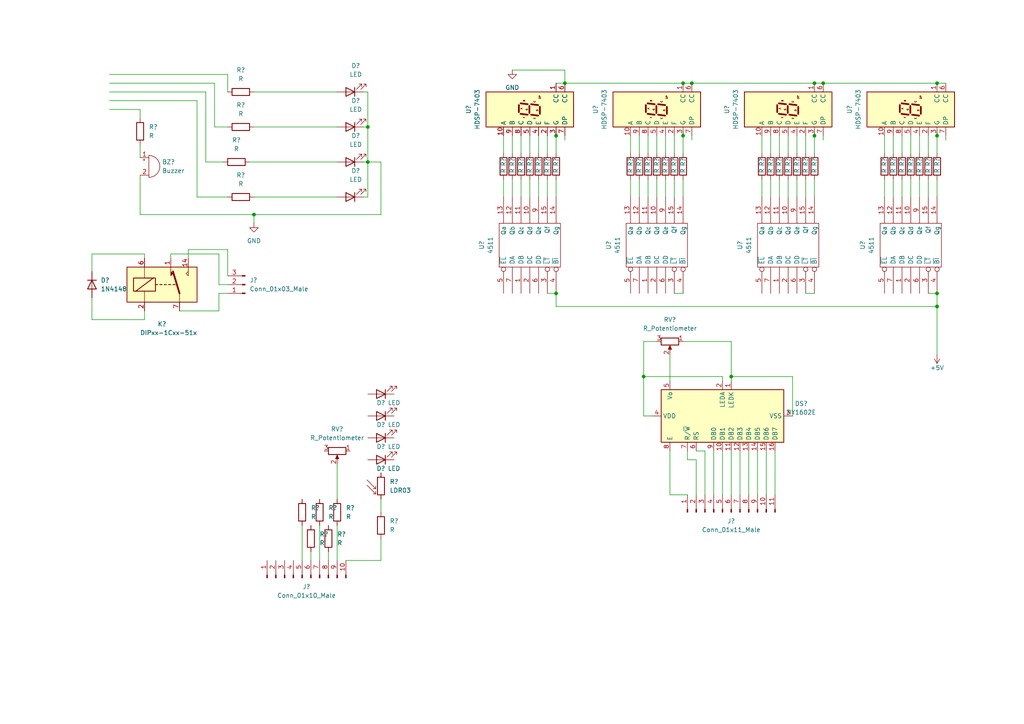
<source format=kicad_sch>
(kicad_sch (version 20211123) (generator eeschema)
  (paper "A4")
  (lib_symbols
    (symbol "4xxx_IEEE:4511" (pin_names (offset 0.762))
      (property "Reference" "U" (at 8.89 11.43 0))
      (property "Value" "4511" (at 8.89 -11.43 0))
      (symbol "4511_0_1"
        (rectangle (start -6.35 8.89) (end 6.35 -8.89))
      )
      (symbol "4511_1_1"
        (pin input line (at -13.97 2.54 0) (length 7.62) (name "DB") (number "1"))
        (pin output line (at 13.97 0 180) (length 7.62) (name "Qd") (number "10"))
        (pin output line (at 13.97 2.54 180) (length 7.62) (name "Qc") (number "11"))
        (pin output line (at 13.97 5.08 180) (length 7.62) (name "Qb") (number "12"))
        (pin output line (at 13.97 7.62 180) (length 7.62) (name "Qa") (number "13"))
        (pin output line (at 13.97 -7.62 180) (length 7.62) (name "Qg") (number "14"))
        (pin output line (at 13.97 -5.08 180) (length 7.62) (name "Qf") (number "15"))
        (pin power_in line (at 0 8.89 270) (length 0) hide (name "Vdd") (number "16"))
        (pin input line (at -13.97 0 0) (length 7.62) (name "DC") (number "2"))
        (pin input inverted (at -13.97 -5.08 0) (length 7.62) (name "~{LT}") (number "3"))
        (pin input inverted (at -13.97 -7.62 0) (length 7.62) (name "~{BI}") (number "4"))
        (pin input inverted (at -13.97 7.62 0) (length 7.62) (name "~{EL}") (number "5"))
        (pin input line (at -13.97 -2.54 0) (length 7.62) (name "DD") (number "6"))
        (pin input line (at -13.97 5.08 0) (length 7.62) (name "DA") (number "7"))
        (pin power_in line (at 0 -8.89 90) (length 0) hide (name "Vss") (number "8"))
        (pin output line (at 13.97 -2.54 180) (length 7.62) (name "Qe") (number "9"))
      )
    )
    (symbol "Connector:Conn_01x03_Male" (pin_names (offset 1.016) hide)
      (property "Reference" "J" (at 0 5.08 0))
      (property "Value" "Conn_01x03_Male" (at 0 -5.08 0))
      (symbol "Conn_01x03_Male_1_1"
        (polyline (pts (xy 1.27 -2.54) (xy 0.8636 -2.54)) (stroke (width 0.1524)))
        (polyline (pts (xy 1.27 0) (xy 0.8636 0)) (stroke (width 0.1524)))
        (polyline (pts (xy 1.27 2.54) (xy 0.8636 2.54)) (stroke (width 0.1524)))
        (rectangle (start 0.8636 -2.413) (end 0 -2.667) (stroke (width 0.1524)) (fill (type outline)))
        (rectangle (start 0.8636 0.127) (end 0 -0.127) (stroke (width 0.1524)) (fill (type outline)))
        (rectangle (start 0.8636 2.667) (end 0 2.413) (stroke (width 0.1524)) (fill (type outline)))
        (pin passive line (at 5.08 2.54 180) (length 3.81) (name "Pin_1") (number "1"))
        (pin passive line (at 5.08 0 180) (length 3.81) (name "Pin_2") (number "2"))
        (pin passive line (at 5.08 -2.54 180) (length 3.81) (name "Pin_3") (number "3"))
      )
    )
    (symbol "Connector:Conn_01x10_Male" (pin_names (offset 1.016) hide)
      (property "Reference" "J" (at 0 12.7 0))
      (property "Value" "Conn_01x10_Male" (at 0 -15.24 0))
      (symbol "Conn_01x10_Male_1_1"
        (polyline (pts (xy 1.27 -12.7) (xy 0.8636 -12.7)) (stroke (width 0.1524)))
        (polyline (pts (xy 1.27 -10.16) (xy 0.8636 -10.16)) (stroke (width 0.1524)))
        (polyline (pts (xy 1.27 -7.62) (xy 0.8636 -7.62)) (stroke (width 0.1524)))
        (polyline (pts (xy 1.27 -5.08) (xy 0.8636 -5.08)) (stroke (width 0.1524)))
        (polyline (pts (xy 1.27 -2.54) (xy 0.8636 -2.54)) (stroke (width 0.1524)))
        (polyline (pts (xy 1.27 0) (xy 0.8636 0)) (stroke (width 0.1524)))
        (polyline (pts (xy 1.27 2.54) (xy 0.8636 2.54)) (stroke (width 0.1524)))
        (polyline (pts (xy 1.27 5.08) (xy 0.8636 5.08)) (stroke (width 0.1524)))
        (polyline (pts (xy 1.27 7.62) (xy 0.8636 7.62)) (stroke (width 0.1524)))
        (polyline (pts (xy 1.27 10.16) (xy 0.8636 10.16)) (stroke (width 0.1524)))
        (rectangle (start 0.8636 -12.573) (end 0 -12.827) (stroke (width 0.1524)) (fill (type outline)))
        (rectangle (start 0.8636 -10.033) (end 0 -10.287) (stroke (width 0.1524)) (fill (type outline)))
        (rectangle (start 0.8636 -7.493) (end 0 -7.747) (stroke (width 0.1524)) (fill (type outline)))
        (rectangle (start 0.8636 -4.953) (end 0 -5.207) (stroke (width 0.1524)) (fill (type outline)))
        (rectangle (start 0.8636 -2.413) (end 0 -2.667) (stroke (width 0.1524)) (fill (type outline)))
        (rectangle (start 0.8636 0.127) (end 0 -0.127) (stroke (width 0.1524)) (fill (type outline)))
        (rectangle (start 0.8636 2.667) (end 0 2.413) (stroke (width 0.1524)) (fill (type outline)))
        (rectangle (start 0.8636 5.207) (end 0 4.953) (stroke (width 0.1524)) (fill (type outline)))
        (rectangle (start 0.8636 7.747) (end 0 7.493) (stroke (width 0.1524)) (fill (type outline)))
        (rectangle (start 0.8636 10.287) (end 0 10.033) (stroke (width 0.1524)) (fill (type outline)))
        (pin passive line (at 5.08 10.16 180) (length 3.81) (name "Pin_1") (number "1"))
        (pin passive line (at 5.08 -12.7 180) (length 3.81) (name "Pin_10") (number "10"))
        (pin passive line (at 5.08 7.62 180) (length 3.81) (name "Pin_2") (number "2"))
        (pin passive line (at 5.08 5.08 180) (length 3.81) (name "Pin_3") (number "3"))
        (pin passive line (at 5.08 2.54 180) (length 3.81) (name "Pin_4") (number "4"))
        (pin passive line (at 5.08 0 180) (length 3.81) (name "Pin_5") (number "5"))
        (pin passive line (at 5.08 -2.54 180) (length 3.81) (name "Pin_6") (number "6"))
        (pin passive line (at 5.08 -5.08 180) (length 3.81) (name "Pin_7") (number "7"))
        (pin passive line (at 5.08 -7.62 180) (length 3.81) (name "Pin_8") (number "8"))
        (pin passive line (at 5.08 -10.16 180) (length 3.81) (name "Pin_9") (number "9"))
      )
    )
    (symbol "Connector:Conn_01x11_Male" (pin_names (offset 1.016) hide)
      (property "Reference" "J" (at 0 15.24 0))
      (property "Value" "Conn_01x11_Male" (at 0 -15.24 0))
      (symbol "Conn_01x11_Male_1_1"
        (polyline (pts (xy 1.27 -12.7) (xy 0.8636 -12.7)) (stroke (width 0.1524)))
        (polyline (pts (xy 1.27 -10.16) (xy 0.8636 -10.16)) (stroke (width 0.1524)))
        (polyline (pts (xy 1.27 -7.62) (xy 0.8636 -7.62)) (stroke (width 0.1524)))
        (polyline (pts (xy 1.27 -5.08) (xy 0.8636 -5.08)) (stroke (width 0.1524)))
        (polyline (pts (xy 1.27 -2.54) (xy 0.8636 -2.54)) (stroke (width 0.1524)))
        (polyline (pts (xy 1.27 0) (xy 0.8636 0)) (stroke (width 0.1524)))
        (polyline (pts (xy 1.27 2.54) (xy 0.8636 2.54)) (stroke (width 0.1524)))
        (polyline (pts (xy 1.27 5.08) (xy 0.8636 5.08)) (stroke (width 0.1524)))
        (polyline (pts (xy 1.27 7.62) (xy 0.8636 7.62)) (stroke (width 0.1524)))
        (polyline (pts (xy 1.27 10.16) (xy 0.8636 10.16)) (stroke (width 0.1524)))
        (polyline (pts (xy 1.27 12.7) (xy 0.8636 12.7)) (stroke (width 0.1524)))
        (rectangle (start 0.8636 -12.573) (end 0 -12.827) (stroke (width 0.1524)) (fill (type outline)))
        (rectangle (start 0.8636 -10.033) (end 0 -10.287) (stroke (width 0.1524)) (fill (type outline)))
        (rectangle (start 0.8636 -7.493) (end 0 -7.747) (stroke (width 0.1524)) (fill (type outline)))
        (rectangle (start 0.8636 -4.953) (end 0 -5.207) (stroke (width 0.1524)) (fill (type outline)))
        (rectangle (start 0.8636 -2.413) (end 0 -2.667) (stroke (width 0.1524)) (fill (type outline)))
        (rectangle (start 0.8636 0.127) (end 0 -0.127) (stroke (width 0.1524)) (fill (type outline)))
        (rectangle (start 0.8636 2.667) (end 0 2.413) (stroke (width 0.1524)) (fill (type outline)))
        (rectangle (start 0.8636 5.207) (end 0 4.953) (stroke (width 0.1524)) (fill (type outline)))
        (rectangle (start 0.8636 7.747) (end 0 7.493) (stroke (width 0.1524)) (fill (type outline)))
        (rectangle (start 0.8636 10.287) (end 0 10.033) (stroke (width 0.1524)) (fill (type outline)))
        (rectangle (start 0.8636 12.827) (end 0 12.573) (stroke (width 0.1524)) (fill (type outline)))
        (pin passive line (at 5.08 12.7 180) (length 3.81) (name "Pin_1") (number "1"))
        (pin passive line (at 5.08 -10.16 180) (length 3.81) (name "Pin_10") (number "10"))
        (pin passive line (at 5.08 -12.7 180) (length 3.81) (name "Pin_11") (number "11"))
        (pin passive line (at 5.08 10.16 180) (length 3.81) (name "Pin_2") (number "2"))
        (pin passive line (at 5.08 7.62 180) (length 3.81) (name "Pin_3") (number "3"))
        (pin passive line (at 5.08 5.08 180) (length 3.81) (name "Pin_4") (number "4"))
        (pin passive line (at 5.08 2.54 180) (length 3.81) (name "Pin_5") (number "5"))
        (pin passive line (at 5.08 0 180) (length 3.81) (name "Pin_6") (number "6"))
        (pin passive line (at 5.08 -2.54 180) (length 3.81) (name "Pin_7") (number "7"))
        (pin passive line (at 5.08 -5.08 180) (length 3.81) (name "Pin_8") (number "8"))
        (pin passive line (at 5.08 -7.62 180) (length 3.81) (name "Pin_9") (number "9"))
      )
    )
    (symbol "Device:Buzzer" (pin_names (offset 0.0254) hide)
      (property "Reference" "BZ" (at 3.81 1.27 0))
      (property "Value" "Buzzer" (at 3.81 -1.27 0))
      (symbol "Buzzer_0_1"
        (arc (start 0 -3.175) (mid 3.175 0) (end 0 3.175))
        (polyline (pts (xy -1.651 1.905) (xy -1.143 1.905)))
        (polyline (pts (xy -1.397 2.159) (xy -1.397 1.651)))
        (polyline (pts (xy 0 3.175) (xy 0 -3.175)))
      )
      (symbol "Buzzer_1_1"
        (pin passive line (at -2.54 2.54 0) (length 2.54) (name "-") (number "1"))
        (pin passive line (at -2.54 -2.54 0) (length 2.54) (name "+") (number "2"))
      )
    )
    (symbol "Device:LED" (pin_numbers hide) (pin_names (offset 1.016) hide)
      (property "Reference" "D" (at 0 2.54 0))
      (property "Value" "LED" (at 0 -2.54 0))
      (symbol "LED_0_1"
        (polyline (pts (xy -1.27 -1.27) (xy -1.27 1.27)) (stroke (width 0.254)))
        (polyline (pts (xy -1.27 0) (xy 1.27 0)))
        (polyline (pts (xy 1.27 -1.27) (xy 1.27 1.27) (xy -1.27 0) (xy 1.27 -1.27)) (stroke (width 0.254)))
        (polyline (pts (xy -3.048 -0.762) (xy -4.572 -2.286) (xy -3.81 -2.286) (xy -4.572 -2.286) (xy -4.572 -1.524)))
        (polyline (pts (xy -1.778 -0.762) (xy -3.302 -2.286) (xy -2.54 -2.286) (xy -3.302 -2.286) (xy -3.302 -1.524)))
      )
      (symbol "LED_1_1"
        (pin passive line (at -3.81 0 0) (length 2.54) (name "K") (number "1"))
        (pin passive line (at 3.81 0 180) (length 2.54) (name "A") (number "2"))
      )
    )
    (symbol "Device:R" (pin_numbers hide) (pin_names (offset 0))
      (property "Reference" "R" (at 2.032 0 90))
      (property "Value" "R" (at 0 0 90))
      (symbol "R_0_1"
        (rectangle (start -1.016 -2.54) (end 1.016 2.54) (stroke (width 0.254)))
      )
      (symbol "R_1_1"
        (pin passive line (at 0 3.81 270) (length 1.27) (name "~") (number "1"))
        (pin passive line (at 0 -3.81 90) (length 1.27) (name "~") (number "2"))
      )
    )
    (symbol "Device:R_Potentiometer" (pin_names (offset 1.016) hide)
      (property "Reference" "RV" (at -4.445 0 90))
      (property "Value" "R_Potentiometer" (at -2.54 0 90))
      (symbol "R_Potentiometer_0_1"
        (polyline (pts (xy 2.54 0) (xy 1.524 0)))
        (polyline (pts (xy 1.143 0) (xy 2.286 0.508) (xy 2.286 -0.508) (xy 1.143 0)) (fill (type outline)))
        (rectangle (start 1.016 2.54) (end -1.016 -2.54) (stroke (width 0.254)))
      )
      (symbol "R_Potentiometer_1_1"
        (pin passive line (at 0 3.81 270) (length 1.27) (name "1") (number "1"))
        (pin passive line (at 3.81 0 180) (length 1.27) (name "2") (number "2"))
        (pin passive line (at 0 -3.81 90) (length 1.27) (name "3") (number "3"))
      )
    )
    (symbol "Diode:1N4148" (pin_numbers hide) (pin_names (offset 1.016) hide)
      (property "Reference" "D" (at 0 2.54 0))
      (property "Value" "1N4148" (at 0 -2.54 0))
      (symbol "1N4148_0_1"
        (polyline (pts (xy -1.27 1.27) (xy -1.27 -1.27)) (stroke (width 0.254)))
        (polyline (pts (xy 1.27 0) (xy -1.27 0)))
        (polyline (pts (xy 1.27 1.27) (xy 1.27 -1.27) (xy -1.27 0) (xy 1.27 1.27)) (stroke (width 0.254)))
      )
      (symbol "1N4148_1_1"
        (pin passive line (at -3.81 0 0) (length 2.54) (name "K") (number "1"))
        (pin passive line (at 3.81 0 180) (length 2.54) (name "A") (number "2"))
      )
    )
    (symbol "Display_Character:HDSP-7403"
      (property "Reference" "U" (at -3.81 13.97 0))
      (property "Value" "HDSP-7403" (at 6.35 13.97 0))
      (symbol "HDSP-7403_1_0"
        (text "A" (at 0.254 2.413 0) (effects (font (size 0.508 0.508))))
        (text "B" (at 2.54 1.651 0) (effects (font (size 0.508 0.508))))
        (text "C" (at 2.286 -1.397 0) (effects (font (size 0.508 0.508))))
        (text "D" (at -0.254 -2.159 0) (effects (font (size 0.508 0.508))))
        (text "DP" (at 3.556 -2.921 0) (effects (font (size 0.508 0.508))))
        (text "E" (at -2.54 -1.397 0) (effects (font (size 0.508 0.508))))
        (text "F" (at -2.286 1.651 0) (effects (font (size 0.508 0.508))))
        (text "G" (at 0 0.889 0) (effects (font (size 0.508 0.508))))
      )
      (symbol "HDSP-7403_1_1"
        (rectangle (start -5.08 12.7) (end 5.08 -12.7) (stroke (width 0.254)) (fill (type background)))
        (polyline (pts (xy -1.524 -0.381) (xy -1.778 -2.413)) (stroke (width 0.508)))
        (polyline (pts (xy -1.27 -2.921) (xy 0.762 -2.921)) (stroke (width 0.508)))
        (polyline (pts (xy -1.27 2.667) (xy -1.524 0.635)) (stroke (width 0.508)))
        (polyline (pts (xy -1.016 0.127) (xy 1.016 0.127)) (stroke (width 0.508)))
        (polyline (pts (xy -0.762 3.175) (xy 1.27 3.175)) (stroke (width 0.508)))
        (polyline (pts (xy 1.524 -0.381) (xy 1.27 -2.413)) (stroke (width 0.508)))
        (polyline (pts (xy 1.778 2.667) (xy 1.524 0.635)) (stroke (width 0.508)))
        (polyline (pts (xy 2.54 -2.921) (xy 2.54 -2.921)) (stroke (width 0.508)))
        (pin input line (at 7.62 -7.62 180) (length 2.54) (name "CC") (number "1"))
        (pin input line (at -7.62 7.62 0) (length 2.54) (name "A") (number "10"))
        (pin input line (at -7.62 -5.08 0) (length 2.54) (name "F") (number "2"))
        (pin input line (at -7.62 -7.62 0) (length 2.54) (name "G") (number "3"))
        (pin input line (at -7.62 -2.54 0) (length 2.54) (name "E") (number "4"))
        (pin input line (at -7.62 0 0) (length 2.54) (name "D") (number "5"))
        (pin input line (at 7.62 -10.16 180) (length 2.54) (name "CC") (number "6"))
        (pin input line (at -7.62 -10.16 0) (length 2.54) (name "DP") (number "7"))
        (pin input line (at -7.62 2.54 0) (length 2.54) (name "C") (number "8"))
        (pin input line (at -7.62 5.08 0) (length 2.54) (name "B") (number "9"))
      )
    )
    (symbol "Display_Character:HY1602E"
      (property "Reference" "DS" (at -6.096 19.05 0))
      (property "Value" "HY1602E" (at 5.08 19.05 0))
      (symbol "HY1602E_0_1"
        (rectangle (start -7.62 17.78) (end 7.62 -17.78) (stroke (width 0.254)) (fill (type background)))
      )
      (symbol "HY1602E_1_1"
        (pin passive line (at 10.16 -2.54 180) (length 2.54) (name "LEDK") (number "1"))
        (pin bidirectional line (at -10.16 0 0) (length 2.54) (name "DB1") (number "10"))
        (pin bidirectional line (at -10.16 -2.54 0) (length 2.54) (name "DB2") (number "11"))
        (pin bidirectional line (at -10.16 -5.08 0) (length 2.54) (name "DB3") (number "12"))
        (pin bidirectional line (at -10.16 -7.62 0) (length 2.54) (name "DB4") (number "13"))
        (pin bidirectional line (at -10.16 -10.16 0) (length 2.54) (name "DB5") (number "14"))
        (pin bidirectional line (at -10.16 -12.7 0) (length 2.54) (name "DB6") (number "15"))
        (pin bidirectional line (at -10.16 -15.24 0) (length 2.54) (name "DB7") (number "16"))
        (pin passive line (at 10.16 0 180) (length 2.54) (name "LEDA") (number "2"))
        (pin power_in line (at 0 -20.32 90) (length 2.54) (name "VSS") (number "3"))
        (pin power_in line (at 0 20.32 270) (length 2.54) (name "VDD") (number "4"))
        (pin input line (at 10.16 15.24 180) (length 2.54) (name "Vo") (number "5"))
        (pin input line (at -10.16 7.62 0) (length 2.54) (name "RS") (number "6"))
        (pin input line (at -10.16 10.16 0) (length 2.54) (name "R/~{W}") (number "7"))
        (pin input line (at -10.16 15.24 0) (length 2.54) (name "E") (number "8"))
        (pin bidirectional line (at -10.16 2.54 0) (length 2.54) (name "DB0") (number "9"))
      )
    )
    (symbol "Relay:DIPxx-1Cxx-51x"
      (property "Reference" "K" (at 11.43 3.81 0))
      (property "Value" "DIPxx-1Cxx-51x" (at 11.43 1.27 0))
      (symbol "DIPxx-1Cxx-51x_0_0"
        (polyline (pts (xy 2.54 5.08) (xy 2.54 2.54) (xy 3.175 3.175) (xy 2.54 3.81)) (fill (type outline)))
        (polyline (pts (xy 7.62 5.08) (xy 7.62 2.54) (xy 6.985 3.175) (xy 7.62 3.81)))
      )
      (symbol "DIPxx-1Cxx-51x_0_1"
        (rectangle (start -10.16 5.08) (end 10.16 -5.08) (stroke (width 0.254)) (fill (type background)))
        (rectangle (start -8.255 1.905) (end -1.905 -1.905) (stroke (width 0.254)))
        (polyline (pts (xy -7.62 -1.905) (xy -2.54 1.905)) (stroke (width 0.254)))
        (polyline (pts (xy -5.08 -5.08) (xy -5.08 -1.905)))
        (polyline (pts (xy -5.08 5.08) (xy -5.08 1.905)))
        (polyline (pts (xy -1.905 0) (xy -1.27 0)) (stroke (width 0.254)))
        (polyline (pts (xy -0.635 0) (xy 0 0)) (stroke (width 0.254)))
        (polyline (pts (xy 0.635 0) (xy 1.27 0)) (stroke (width 0.254)))
        (polyline (pts (xy 1.905 0) (xy 2.54 0)) (stroke (width 0.254)))
        (polyline (pts (xy 3.175 0) (xy 3.81 0)) (stroke (width 0.254)))
        (polyline (pts (xy 5.08 -2.54) (xy 3.175 3.81)) (stroke (width 0.508)))
        (polyline (pts (xy 5.08 -2.54) (xy 5.08 -5.08)))
      )
      (symbol "DIPxx-1Cxx-51x_1_1"
        (pin passive line (at 2.54 7.62 270) (length 2.54) (name "~") (number "1"))
        (pin passive line (at 7.62 7.62 270) (length 2.54) (name "~") (number "14"))
        (pin passive line (at -5.08 -7.62 90) (length 2.54) (name "~") (number "2"))
        (pin passive line (at -5.08 7.62 270) (length 2.54) (name "~") (number "6"))
        (pin passive line (at 5.08 -7.62 90) (length 2.54) (name "~") (number "7"))
        (pin passive line (at 5.08 -7.62 90) (length 2.54) hide (name "~") (number "8"))
      )
    )
    (symbol "Sensor_Optical:LDR03" (pin_numbers hide) (pin_names (offset 0))
      (property "Reference" "R" (at -5.08 0 90))
      (property "Value" "LDR03" (at 1.905 0 90))
      (symbol "LDR03_0_1"
        (rectangle (start -1.016 2.54) (end 1.016 -2.54) (stroke (width 0.254)))
        (polyline (pts (xy -1.524 -2.286) (xy -4.064 0.254)))
        (polyline (pts (xy -1.524 -2.286) (xy -2.286 -2.286)))
        (polyline (pts (xy -1.524 -2.286) (xy -1.524 -1.524)))
        (polyline (pts (xy -1.524 -0.762) (xy -4.064 1.778)))
        (polyline (pts (xy -1.524 -0.762) (xy -2.286 -0.762)))
        (polyline (pts (xy -1.524 -0.762) (xy -1.524 0)))
      )
      (symbol "LDR03_1_1"
        (pin passive line (at 0 3.81 270) (length 1.27) (name "~") (number "1"))
        (pin passive line (at 0 -3.81 90) (length 1.27) (name "~") (number "2"))
      )
    )
    (symbol "power:+5V" (power) (pin_names (offset 0))
      (property "Value" "+5V" (at 0 3.556 0))
      (symbol "+5V_0_1"
        (polyline (pts (xy -0.762 1.27) (xy 0 2.54)))
        (polyline (pts (xy 0 0) (xy 0 2.54)))
        (polyline (pts (xy 0 2.54) (xy 0.762 1.27)))
      )
      (symbol "+5V_1_1"
        (pin power_in line (at 0 0 90) (length 0) hide (name "+5V") (number "1"))
      )
    )
    (symbol "power:GND" (power) (pin_names (offset 0))
      (property "Value" "GND" (at 0 -3.81 0))
      (symbol "GND_0_1"
        (polyline (pts (xy 0 0) (xy 0 -1.27) (xy 1.27 -1.27) (xy 0 -2.54) (xy -1.27 -1.27) (xy 0 -1.27)))
      )
      (symbol "GND_1_1"
        (pin power_in line (at 0 0 270) (length 0) hide (name "GND") (number "1"))
      )
    )
  )
  (junction (at 271.78 24.13))
  (junction (at 271.78 39.37))
  (junction (at 161.29 85.09))
  (junction (at 212.09 109.22))
  (junction (at 271.78 88.9))
  (junction (at 73.66 62.23))
  (junction (at 106.68 46.99))
  (junction (at 186.69 109.22))
  (junction (at 198.12 39.37))
  (junction (at 200.66 24.13))
  (junction (at 198.12 24.13))
  (junction (at 163.83 24.13))
  (junction (at 106.68 36.83))
  (junction (at 236.22 24.13))
  (junction (at 161.29 39.37))
  (junction (at 271.78 85.09))
  (junction (at 236.22 39.37))
  (junction (at 238.76 24.13))
  (wire (pts (xy 41.91 92.71) (xy 26.67 92.71)))
  (wire (pts (xy 63.5 85.09) (xy 66.04 85.09)))
  (wire (pts (xy 41.91 73.66) (xy 41.91 74.93)))
  (wire (pts (xy 148.59 20.32) (xy 163.83 20.32)))
  (wire (pts (xy 66.04 72.39) (xy 66.04 80.01)))
  (wire (pts (xy 198.12 99.06) (xy 212.09 99.06)))
  (wire (pts (xy 261.62 44.45) (xy 261.62 39.37)))
  (wire (pts (xy 106.68 57.15) (xy 106.68 46.99)))
  (wire (pts (xy 236.22 57.15) (xy 236.22 52.07)))
  (wire (pts (xy 186.69 109.22) (xy 209.55 109.22)))
  (wire (pts (xy 195.58 57.15) (xy 195.58 52.07)))
  (wire (pts (xy 105.41 36.83) (xy 106.68 36.83)))
  (wire (pts (xy 256.54 44.45) (xy 256.54 39.37)))
  (wire (pts (xy 63.5 73.66) (xy 63.5 82.55)))
  (wire (pts (xy 161.29 24.13) (xy 163.83 24.13)))
  (wire (pts (xy 194.31 143.51) (xy 199.39 143.51)))
  (wire (pts (xy 158.75 44.45) (xy 158.75 39.37)))
  (wire (pts (xy 190.5 57.15) (xy 190.5 52.07)))
  (wire (pts (xy 161.29 38.1) (xy 161.29 39.37)))
  (wire (pts (xy 274.32 40.64) (xy 274.32 39.37)))
  (wire (pts (xy 148.59 57.15) (xy 148.59 52.07)))
  (wire (pts (xy 198.12 24.13) (xy 200.66 24.13)))
  (wire (pts (xy 110.49 62.23) (xy 110.49 46.99)))
  (wire (pts (xy 92.71 152.4) (xy 92.71 162.56)))
  (wire (pts (xy 236.22 38.1) (xy 236.22 39.37)))
  (wire (pts (xy 194.31 102.87) (xy 194.31 110.49)))
  (wire (pts (xy 163.83 40.64) (xy 163.83 39.37)))
  (wire (pts (xy 198.12 44.45) (xy 198.12 39.37)))
  (wire (pts (xy 151.13 44.45) (xy 151.13 39.37)))
  (wire (pts (xy 193.04 44.45) (xy 193.04 39.37)))
  (wire (pts (xy 212.09 109.22) (xy 212.09 110.49)))
  (wire (pts (xy 233.68 85.09) (xy 236.22 85.09)))
  (wire (pts (xy 204.47 130.81) (xy 204.47 143.51)))
  (wire (pts (xy 182.88 57.15) (xy 182.88 52.07)))
  (wire (pts (xy 220.98 44.45) (xy 220.98 39.37)))
  (wire (pts (xy 269.24 57.15) (xy 269.24 52.07)))
  (wire (pts (xy 201.93 130.81) (xy 204.47 130.81)))
  (wire (pts (xy 231.14 44.45) (xy 231.14 39.37)))
  (wire (pts (xy 146.05 57.15) (xy 146.05 52.07)))
  (wire (pts (xy 200.66 40.64) (xy 200.66 39.37)))
  (wire (pts (xy 238.76 40.64) (xy 238.76 39.37)))
  (wire (pts (xy 233.68 44.45) (xy 233.68 39.37)))
  (wire (pts (xy 40.64 34.29) (xy 40.64 31.75)))
  (wire (pts (xy 226.06 44.45) (xy 226.06 39.37)))
  (wire (pts (xy 223.52 44.45) (xy 223.52 39.37)))
  (wire (pts (xy 40.64 41.91) (xy 40.64 45.72)))
  (wire (pts (xy 66.04 57.15) (xy 57.15 57.15)))
  (wire (pts (xy 49.53 73.66) (xy 63.5 73.66)))
  (wire (pts (xy 217.17 130.81) (xy 217.17 143.51)))
  (wire (pts (xy 156.21 57.15) (xy 156.21 52.07)))
  (wire (pts (xy 201.93 133.35) (xy 201.93 143.51)))
  (wire (pts (xy 41.91 90.17) (xy 41.91 92.71)))
  (wire (pts (xy 207.01 130.81) (xy 207.01 143.51)))
  (wire (pts (xy 214.63 130.81) (xy 214.63 143.51)))
  (wire (pts (xy 271.78 38.1) (xy 271.78 39.37)))
  (wire (pts (xy 72.39 46.99) (xy 97.79 46.99)))
  (wire (pts (xy 31.75 24.13) (xy 62.23 24.13)))
  (wire (pts (xy 26.67 78.74) (xy 26.67 73.66)))
  (wire (pts (xy 105.41 46.99) (xy 106.68 46.99)))
  (wire (pts (xy 97.79 152.4) (xy 97.79 162.56)))
  (wire (pts (xy 163.83 24.13) (xy 198.12 24.13)))
  (wire (pts (xy 195.58 44.45) (xy 195.58 39.37)))
  (wire (pts (xy 194.31 130.81) (xy 194.31 143.51)))
  (wire (pts (xy 161.29 88.9) (xy 271.78 88.9)))
  (wire (pts (xy 228.6 57.15) (xy 228.6 52.07)))
  (wire (pts (xy 26.67 73.66) (xy 41.91 73.66)))
  (wire (pts (xy 73.66 26.67) (xy 97.79 26.67)))
  (wire (pts (xy 31.75 29.21) (xy 57.15 29.21)))
  (wire (pts (xy 189.23 120.65) (xy 186.69 120.65)))
  (wire (pts (xy 222.25 130.81) (xy 222.25 143.51)))
  (wire (pts (xy 66.04 26.67) (xy 66.04 21.59)))
  (wire (pts (xy 106.68 46.99) (xy 106.68 36.83)))
  (wire (pts (xy 231.14 57.15) (xy 231.14 52.07)))
  (wire (pts (xy 238.76 24.13) (xy 271.78 24.13)))
  (wire (pts (xy 100.33 162.56) (xy 110.49 162.56)))
  (wire (pts (xy 209.55 110.49) (xy 209.55 109.22)))
  (wire (pts (xy 49.53 74.93) (xy 49.53 73.66)))
  (wire (pts (xy 264.16 57.15) (xy 264.16 52.07)))
  (wire (pts (xy 261.62 57.15) (xy 261.62 52.07)))
  (wire (pts (xy 269.24 85.09) (xy 271.78 85.09)))
  (wire (pts (xy 271.78 44.45) (xy 271.78 39.37)))
  (wire (pts (xy 161.29 44.45) (xy 161.29 39.37)))
  (wire (pts (xy 54.61 74.93) (xy 54.61 72.39)))
  (wire (pts (xy 40.64 62.23) (xy 73.66 62.23)))
  (wire (pts (xy 153.67 44.45) (xy 153.67 39.37)))
  (wire (pts (xy 209.55 130.81) (xy 209.55 143.51)))
  (wire (pts (xy 73.66 57.15) (xy 97.79 57.15)))
  (wire (pts (xy 185.42 44.45) (xy 185.42 39.37)))
  (wire (pts (xy 97.79 134.62) (xy 97.79 144.78)))
  (wire (pts (xy 40.64 50.8) (xy 40.64 62.23)))
  (wire (pts (xy 153.67 57.15) (xy 153.67 52.07)))
  (wire (pts (xy 158.75 57.15) (xy 158.75 52.07)))
  (wire (pts (xy 233.68 57.15) (xy 233.68 52.07)))
  (wire (pts (xy 186.69 99.06) (xy 190.5 99.06)))
  (wire (pts (xy 229.87 109.22) (xy 212.09 109.22)))
  (wire (pts (xy 186.69 120.65) (xy 186.69 109.22)))
  (wire (pts (xy 151.13 57.15) (xy 151.13 52.07)))
  (wire (pts (xy 224.79 130.81) (xy 224.79 143.51)))
  (wire (pts (xy 105.41 26.67) (xy 106.68 26.67)))
  (wire (pts (xy 266.7 44.45) (xy 266.7 39.37)))
  (wire (pts (xy 199.39 130.81) (xy 199.39 133.35)))
  (wire (pts (xy 271.78 102.87) (xy 271.78 88.9)))
  (wire (pts (xy 31.75 26.67) (xy 59.69 26.67)))
  (wire (pts (xy 187.96 44.45) (xy 187.96 39.37)))
  (wire (pts (xy 63.5 82.55) (xy 66.04 82.55)))
  (wire (pts (xy 161.29 57.15) (xy 161.29 52.07)))
  (wire (pts (xy 52.07 90.17) (xy 63.5 90.17)))
  (wire (pts (xy 26.67 92.71) (xy 26.67 86.36)))
  (wire (pts (xy 73.66 62.23) (xy 110.49 62.23)))
  (wire (pts (xy 223.52 57.15) (xy 223.52 52.07)))
  (wire (pts (xy 90.17 160.02) (xy 90.17 162.56)))
  (wire (pts (xy 199.39 133.35) (xy 201.93 133.35)))
  (wire (pts (xy 63.5 90.17) (xy 63.5 85.09)))
  (wire (pts (xy 264.16 44.45) (xy 264.16 39.37)))
  (wire (pts (xy 236.22 44.45) (xy 236.22 39.37)))
  (wire (pts (xy 95.25 160.02) (xy 95.25 162.56)))
  (wire (pts (xy 105.41 57.15) (xy 106.68 57.15)))
  (wire (pts (xy 182.88 44.45) (xy 182.88 39.37)))
  (wire (pts (xy 212.09 130.81) (xy 212.09 143.51)))
  (wire (pts (xy 161.29 85.09) (xy 161.29 88.9)))
  (wire (pts (xy 163.83 20.32) (xy 163.83 24.13)))
  (wire (pts (xy 57.15 57.15) (xy 57.15 29.21)))
  (wire (pts (xy 220.98 57.15) (xy 220.98 52.07)))
  (wire (pts (xy 186.69 109.22) (xy 186.69 99.06)))
  (wire (pts (xy 193.04 57.15) (xy 193.04 52.07)))
  (wire (pts (xy 266.7 57.15) (xy 266.7 52.07)))
  (wire (pts (xy 62.23 36.83) (xy 62.23 24.13)))
  (wire (pts (xy 226.06 57.15) (xy 226.06 52.07)))
  (wire (pts (xy 110.49 144.78) (xy 110.49 148.59)))
  (wire (pts (xy 229.87 120.65) (xy 229.87 109.22)))
  (wire (pts (xy 190.5 44.45) (xy 190.5 39.37)))
  (wire (pts (xy 146.05 44.45) (xy 146.05 39.37)))
  (wire (pts (xy 187.96 57.15) (xy 187.96 52.07)))
  (wire (pts (xy 200.66 24.13) (xy 236.22 24.13)))
  (wire (pts (xy 110.49 162.56) (xy 110.49 156.21)))
  (wire (pts (xy 212.09 99.06) (xy 212.09 109.22)))
  (wire (pts (xy 64.77 46.99) (xy 59.69 46.99)))
  (wire (pts (xy 185.42 57.15) (xy 185.42 52.07)))
  (wire (pts (xy 271.78 57.15) (xy 271.78 52.07)))
  (wire (pts (xy 236.22 24.13) (xy 238.76 24.13)))
  (wire (pts (xy 73.66 36.83) (xy 97.79 36.83)))
  (wire (pts (xy 228.6 44.45) (xy 228.6 39.37)))
  (wire (pts (xy 87.63 152.4) (xy 87.63 162.56)))
  (wire (pts (xy 106.68 36.83) (xy 106.68 26.67)))
  (wire (pts (xy 219.71 130.81) (xy 219.71 143.51)))
  (wire (pts (xy 259.08 57.15) (xy 259.08 52.07)))
  (wire (pts (xy 198.12 57.15) (xy 198.12 52.07)))
  (wire (pts (xy 256.54 57.15) (xy 256.54 52.07)))
  (wire (pts (xy 73.66 62.23) (xy 73.66 64.77)))
  (wire (pts (xy 54.61 72.39) (xy 66.04 72.39)))
  (wire (pts (xy 269.24 44.45) (xy 269.24 39.37)))
  (wire (pts (xy 66.04 36.83) (xy 62.23 36.83)))
  (wire (pts (xy 148.59 44.45) (xy 148.59 39.37)))
  (wire (pts (xy 31.75 21.59) (xy 66.04 21.59)))
  (wire (pts (xy 198.12 38.1) (xy 198.12 39.37)))
  (wire (pts (xy 158.75 85.09) (xy 161.29 85.09)))
  (wire (pts (xy 259.08 44.45) (xy 259.08 39.37)))
  (wire (pts (xy 156.21 44.45) (xy 156.21 39.37)))
  (wire (pts (xy 271.78 85.09) (xy 271.78 88.9)))
  (wire (pts (xy 59.69 46.99) (xy 59.69 26.67)))
  (wire (pts (xy 195.58 85.09) (xy 198.12 85.09)))
  (wire (pts (xy 106.68 46.99) (xy 110.49 46.99)))
  (wire (pts (xy 271.78 24.13) (xy 274.32 24.13)))
  (wire (pts (xy 31.75 31.75) (xy 40.64 31.75)))
  (symbol (lib_id "Display_Character:HDSP-7403") (at 228.6 31.75 90) (unit 1)
    (property "Reference" "U?" (at 210.82 31.75 0))
    (property "Value" "HDSP-7403" (at 213.36 31.75 0))
    (property "Footprint" "Display_7Segment:HDSP-7401" (effects hide))
    (property "Datasheet" "https://docs.broadcom.com/docs/AV02-2553EN" (effects hide))
  )
  (symbol (lib_id "Device:R") (at 156.21 48.26 180) (unit 1)
    (property "Reference" "R?" (at 156.21 46.99 90))
    (property "Value" "R" (at 156.21 49.53 90))
    (property "Footprint" "Resistor_SMD:R_0201_0603Metric" (effects hide))
  )
  (symbol (lib_id "Device:R") (at 161.29 48.26 180) (unit 1)
    (property "Reference" "R?" (at 161.29 46.99 90))
    (property "Value" "R" (at 161.29 49.53 90))
    (property "Footprint" "Resistor_SMD:R_0201_0603Metric" (effects hide))
  )
  (symbol (lib_id "Device:R") (at 153.67 48.26 180) (unit 1)
    (property "Reference" "R?" (at 153.67 46.99 90))
    (property "Value" "R" (at 153.67 49.53 90))
    (property "Footprint" "Resistor_SMD:R_0201_0603Metric" (effects hide))
  )
  (symbol (lib_id "Device:R") (at 269.24 48.26 180) (unit 1)
    (property "Reference" "R?" (at 269.24 46.99 90))
    (property "Value" "R" (at 269.24 49.53 90))
    (property "Footprint" "Resistor_SMD:R_0201_0603Metric" (effects hide))
  )
  (symbol (lib_id "Device:R_Potentiometer") (at 194.31 99.06 270) (unit 1)
    (property "Reference" "RV?" (at 194.31 92.71 90))
    (property "Value" "R_Potentiometer" (at 194.31 95.25 90))
    (property "Footprint" "Potentiometer_SMD:Potentiometer_ACP_CA6-VSMD_Vertical" (effects hide))
  )
  (symbol (lib_id "Device:R") (at 193.04 48.26 180) (unit 1)
    (property "Reference" "R?" (at 193.04 46.99 90))
    (property "Value" "R" (at 193.04 49.53 90))
    (property "Footprint" "Resistor_SMD:R_0201_0603Metric" (effects hide))
  )
  (symbol (lib_id "Sensor_Optical:LDR03") (at 110.49 140.97 0) (unit 1)
    (property "Reference" "R?" (at 113.03 139.6999 0) (effects (justify left)))
    (property "Value" "LDR03" (at 113.03 142.2399 0) (effects (justify left)))
    (property "Footprint" "OptoDevice:R_LDR_10x8.5mm_P7.6mm_Vertical" (effects hide))
    (property "Datasheet" "http://www.elektronica-componenten.nl/WebRoot/StoreNL/Shops/61422969/54F1/BA0C/C664/31B9/2173/C0A8/2AB9/2AEF/LDR03IMP.pdf" (effects hide))
  )
  (symbol (lib_id "Device:R") (at 198.12 48.26 180) (unit 1)
    (property "Reference" "R?" (at 198.12 46.99 90))
    (property "Value" "R" (at 198.12 49.53 90))
    (property "Footprint" "Resistor_SMD:R_0201_0603Metric" (effects hide))
  )
  (symbol (lib_id "Device:R") (at 95.25 156.21 0) (unit 1)
    (property "Reference" "R?" (at 97.79 154.9399 0) (effects (justify left)))
    (property "Value" "R" (at 97.79 157.4799 0) (effects (justify left)))
    (property "Footprint" "OptoDevice:R_LDR_4.9x4.2mm_P2.54mm_Vertical" (effects hide))
  )
  (symbol (lib_id "Device:R") (at 259.08 48.26 180) (unit 1)
    (property "Reference" "R?" (at 259.08 46.99 90))
    (property "Value" "R" (at 259.08 49.53 90))
    (property "Footprint" "Resistor_SMD:R_0201_0603Metric" (effects hide))
  )
  (symbol (lib_id "Device:R") (at 158.75 48.26 180) (unit 1)
    (property "Reference" "R?" (at 158.75 46.99 90))
    (property "Value" "R" (at 158.75 49.53 90))
    (property "Footprint" "Resistor_SMD:R_0201_0603Metric" (effects hide))
  )
  (symbol (lib_id "Device:LED") (at 110.49 114.3 180) (unit 1)
    (property "Reference" "D?" (at 110.49 116.84 0))
    (property "Value" "LED" (at 114.3 116.84 0))
    (property "Footprint" "LED_SMD:LED_0201_0603Metric" (effects hide))
  )
  (symbol (lib_id "Device:R") (at 40.64 38.1 0) (unit 1)
    (property "Reference" "R?" (at 43.18 36.8299 0) (effects (justify left)))
    (property "Value" "R" (at 43.18 39.3699 0) (effects (justify left)))
  )
  (symbol (lib_id "Device:R") (at 110.49 152.4 0) (unit 1)
    (property "Reference" "R?" (at 113.03 151.1299 0) (effects (justify left)))
    (property "Value" "R" (at 113.03 153.6699 0) (effects (justify left)))
  )
  (symbol (lib_id "Device:LED") (at 101.6 46.99 180) (unit 1)
    (property "Reference" "D?" (at 103.1875 39.37 0))
    (property "Value" "LED" (at 103.1875 41.91 0))
    (property "Footprint" "LED_SMD:LED_0201_0603Metric" (effects hide))
  )
  (symbol (lib_id "power:GND") (at 73.66 64.77 0) (unit 1)
    (property "Reference" "#PWR?" (effects hide))
    (property "Value" "GND" (at 73.66 69.85 0))
  )
  (symbol (lib_id "Device:R") (at 271.78 48.26 180) (unit 1)
    (property "Reference" "R?" (at 271.78 46.99 90))
    (property "Value" "R" (at 271.78 49.53 90))
    (property "Footprint" "Resistor_SMD:R_0201_0603Metric" (effects hide))
  )
  (symbol (lib_id "Device:R") (at 256.54 48.26 180) (unit 1)
    (property "Reference" "R?" (at 256.54 46.99 90))
    (property "Value" "R" (at 256.54 49.53 90))
    (property "Footprint" "Resistor_SMD:R_0201_0603Metric" (effects hide))
  )
  (symbol (lib_id "Device:R") (at 226.06 48.26 180) (unit 1)
    (property "Reference" "R?" (at 226.06 46.99 90))
    (property "Value" "R" (at 226.06 49.53 90))
    (property "Footprint" "Resistor_SMD:R_0201_0603Metric" (effects hide))
  )
  (symbol (lib_id "Display_Character:HDSP-7403") (at 264.16 31.75 90) (unit 1)
    (property "Reference" "U?" (at 246.38 31.75 0))
    (property "Value" "HDSP-7403" (at 248.92 31.75 0))
    (property "Footprint" "Display_7Segment:HDSP-7401" (effects hide))
    (property "Datasheet" "https://docs.broadcom.com/docs/AV02-2553EN" (effects hide))
  )
  (symbol (lib_id "Device:R") (at 87.63 148.59 0) (unit 1)
    (property "Reference" "R?" (at 90.17 147.3199 0) (effects (justify left)))
    (property "Value" "R" (at 90.17 149.8599 0) (effects (justify left)))
    (property "Footprint" "OptoDevice:R_LDR_4.9x4.2mm_P2.54mm_Vertical" (effects hide))
  )
  (symbol (lib_id "4xxx_IEEE:4511") (at 228.6 71.12 90) (unit 1)
    (property "Reference" "U?" (at 214.63 71.12 0))
    (property "Value" "4511" (at 217.17 71.12 0))
  )
  (symbol (lib_id "Device:R") (at 223.52 48.26 180) (unit 1)
    (property "Reference" "R?" (at 223.52 46.99 90))
    (property "Value" "R" (at 223.52 49.53 90))
    (property "Footprint" "Resistor_SMD:R_0201_0603Metric" (effects hide))
  )
  (symbol (lib_id "Device:LED") (at 101.6 36.83 180) (unit 1)
    (property "Reference" "D?" (at 103.1875 29.21 0))
    (property "Value" "LED" (at 103.1875 31.75 0))
    (property "Footprint" "LED_SMD:LED_0201_0603Metric" (effects hide))
  )
  (symbol (lib_id "Connector:Conn_01x03_Male") (at 71.12 82.55 180) (unit 1)
    (property "Reference" "J?" (at 72.39 81.2799 0) (effects (justify right)))
    (property "Value" "Conn_01x03_Male" (at 72.39 83.8199 0) (effects (justify right)))
  )
  (symbol (lib_id "Device:R") (at 182.88 48.26 180) (unit 1)
    (property "Reference" "R?" (at 182.88 46.99 90))
    (property "Value" "R" (at 182.88 49.53 90))
    (property "Footprint" "Resistor_SMD:R_0201_0603Metric" (effects hide))
  )
  (symbol (lib_id "Device:R") (at 187.96 48.26 180) (unit 1)
    (property "Reference" "R?" (at 187.96 46.99 90))
    (property "Value" "R" (at 187.96 49.53 90))
    (property "Footprint" "Resistor_SMD:R_0201_0603Metric" (effects hide))
  )
  (symbol (lib_id "Device:LED") (at 101.6 26.67 180) (unit 1)
    (property "Reference" "D?" (at 103.1875 19.05 0))
    (property "Value" "LED" (at 103.1875 21.59 0))
    (property "Footprint" "LED_SMD:LED_0201_0603Metric" (effects hide))
  )
  (symbol (lib_id "Display_Character:HY1602E") (at 209.55 120.65 90) (unit 1)
    (property "Reference" "DS?" (at 232.41 117.0686 90))
    (property "Value" "HY1602E" (at 232.41 119.6086 90))
    (property "Footprint" "Display:HY1602E" (effects hide))
    (property "Datasheet" "http://www.icbank.com/data/ICBShop/board/HY1602E.pdf" (effects hide))
  )
  (symbol (lib_id "power:GND") (at 148.59 20.32 0) (unit 1)
    (property "Reference" "#PWR?" (effects hide))
    (property "Value" "GND" (at 148.59 25.4 0))
  )
  (symbol (lib_id "power:+5V") (at 271.78 102.87 180) (unit 1)
    (property "Reference" "#PWR?" (effects hide))
    (property "Value" "+5V" (at 271.78 106.68 0))
  )
  (symbol (lib_id "Device:Buzzer") (at 43.18 48.26 0) (unit 1)
    (property "Reference" "BZ?" (at 46.99 46.9899 0) (effects (justify left)))
    (property "Value" "Buzzer" (at 46.99 49.5299 0) (effects (justify left)))
    (property "Footprint" "Buzzer_Beeper:Buzzer_12x9.5RM7.6" (effects hide))
  )
  (symbol (lib_id "Device:R_Potentiometer") (at 97.79 130.81 270) (unit 1)
    (property "Reference" "RV?" (at 97.79 124.46 90))
    (property "Value" "R_Potentiometer" (at 97.79 127 90))
  )
  (symbol (lib_id "Device:R") (at 231.14 48.26 180) (unit 1)
    (property "Reference" "R?" (at 231.14 46.99 90))
    (property "Value" "R" (at 231.14 49.53 90))
    (property "Footprint" "Resistor_SMD:R_0201_0603Metric" (effects hide))
  )
  (symbol (lib_id "Device:R") (at 69.85 36.83 90) (unit 1)
    (property "Reference" "R?" (at 69.85 30.48 90))
    (property "Value" "R" (at 69.85 33.02 90))
  )
  (symbol (lib_id "Device:LED") (at 110.49 127 180) (unit 1)
    (property "Reference" "D?" (at 110.49 129.54 0))
    (property "Value" "LED" (at 114.3 129.54 0))
    (property "Footprint" "LED_SMD:LED_0201_0603Metric" (effects hide))
  )
  (symbol (lib_id "Device:R") (at 228.6 48.26 180) (unit 1)
    (property "Reference" "R?" (at 228.6 46.99 90))
    (property "Value" "R" (at 228.6 49.53 90))
    (property "Footprint" "Resistor_SMD:R_0201_0603Metric" (effects hide))
  )
  (symbol (lib_id "4xxx_IEEE:4511") (at 264.16 71.12 90) (unit 1)
    (property "Reference" "U?" (at 250.19 71.12 0))
    (property "Value" "4511" (at 252.73 71.12 0))
  )
  (symbol (lib_id "Device:R") (at 236.22 48.26 180) (unit 1)
    (property "Reference" "R?" (at 236.22 46.99 90))
    (property "Value" "R" (at 236.22 49.53 90))
    (property "Footprint" "Resistor_SMD:R_0201_0603Metric" (effects hide))
  )
  (symbol (lib_id "Device:R") (at 195.58 48.26 180) (unit 1)
    (property "Reference" "R?" (at 195.58 46.99 90))
    (property "Value" "R" (at 195.58 49.53 90))
    (property "Footprint" "Resistor_SMD:R_0201_0603Metric" (effects hide))
  )
  (symbol (lib_id "4xxx_IEEE:4511") (at 153.67 71.12 90) (unit 1)
    (property "Reference" "U?" (at 139.7 71.12 0))
    (property "Value" "4511" (at 142.24 71.12 0))
  )
  (symbol (lib_id "Device:R") (at 146.05 48.26 180) (unit 1)
    (property "Reference" "R?" (at 146.05 46.99 90))
    (property "Value" "R" (at 146.05 49.53 90))
    (property "Footprint" "Resistor_SMD:R_0201_0603Metric" (effects hide))
  )
  (symbol (lib_id "Device:R") (at 68.58 46.99 90) (unit 1)
    (property "Reference" "R?" (at 68.58 40.64 90))
    (property "Value" "R" (at 68.58 43.18 90))
  )
  (symbol (lib_id "Device:R") (at 233.68 48.26 180) (unit 1)
    (property "Reference" "R?" (at 233.68 46.99 90))
    (property "Value" "R" (at 233.68 49.53 90))
    (property "Footprint" "Resistor_SMD:R_0201_0603Metric" (effects hide))
  )
  (symbol (lib_id "Device:R") (at 220.98 48.26 180) (unit 1)
    (property "Reference" "R?" (at 220.98 46.99 90))
    (property "Value" "R" (at 220.98 49.53 90))
    (property "Footprint" "Resistor_SMD:R_0201_0603Metric" (effects hide))
  )
  (symbol (lib_id "4xxx_IEEE:4511") (at 190.5 71.12 90) (unit 1)
    (property "Reference" "U?" (at 176.53 71.12 0))
    (property "Value" "4511" (at 179.07 71.12 0))
  )
  (symbol (lib_id "Device:LED") (at 110.49 133.35 180) (unit 1)
    (property "Reference" "D?" (at 110.49 135.89 0))
    (property "Value" "LED" (at 114.3 135.89 0))
    (property "Footprint" "LED_SMD:LED_0201_0603Metric" (effects hide))
  )
  (symbol (lib_id "Device:LED") (at 101.6 57.15 180) (unit 1)
    (property "Reference" "D?" (at 103.1875 49.53 0))
    (property "Value" "LED" (at 103.1875 52.07 0))
    (property "Footprint" "LED_SMD:LED_0201_0603Metric" (effects hide))
  )
  (symbol (lib_id "Device:R") (at 92.71 148.59 0) (unit 1)
    (property "Reference" "R?" (at 95.25 147.3199 0) (effects (justify left)))
    (property "Value" "R" (at 95.25 149.8599 0) (effects (justify left)))
    (property "Footprint" "OptoDevice:R_LDR_4.9x4.2mm_P2.54mm_Vertical" (effects hide))
  )
  (symbol (lib_id "Device:R") (at 97.79 148.59 0) (unit 1)
    (property "Reference" "R?" (at 100.33 147.3199 0) (effects (justify left)))
    (property "Value" "R" (at 100.33 149.8599 0) (effects (justify left)))
    (property "Footprint" "OptoDevice:R_LDR_4.9x4.2mm_P2.54mm_Vertical" (effects hide))
  )
  (symbol (lib_id "Display_Character:HDSP-7403") (at 190.5 31.75 90) (unit 1)
    (property "Reference" "U?" (at 172.72 31.75 0))
    (property "Value" "HDSP-7403" (at 175.26 31.75 0))
    (property "Footprint" "Display_7Segment:HDSP-7401" (effects hide))
    (property "Datasheet" "https://docs.broadcom.com/docs/AV02-2553EN" (effects hide))
  )
  (symbol (lib_id "Device:R") (at 90.17 156.21 0) (unit 1)
    (property "Reference" "R?" (at 92.71 154.9399 0) (effects (justify left)))
    (property "Value" "R" (at 92.71 157.4799 0) (effects (justify left)))
    (property "Footprint" "OptoDevice:R_LDR_4.9x4.2mm_P2.54mm_Vertical" (effects hide))
  )
  (symbol (lib_id "Device:R") (at 190.5 48.26 180) (unit 1)
    (property "Reference" "R?" (at 190.5 46.99 90))
    (property "Value" "R" (at 190.5 49.53 90))
    (property "Footprint" "Resistor_SMD:R_0201_0603Metric" (effects hide))
  )
  (symbol (lib_id "Connector:Conn_01x11_Male") (at 212.09 148.59 90) (unit 1)
    (property "Reference" "J?" (at 212.09 151.13 90))
    (property "Value" "Conn_01x11_Male" (at 212.09 153.67 90))
  )
  (symbol (lib_id "Connector:Conn_01x10_Male") (at 87.63 167.64 90) (unit 1)
    (property "Reference" "J?" (at 88.9 170.18 90))
    (property "Value" "Conn_01x10_Male" (at 88.9 172.72 90))
  )
  (symbol (lib_id "Display_Character:HDSP-7403") (at 153.67 31.75 90) (unit 1)
    (property "Reference" "U?" (at 135.89 31.75 0))
    (property "Value" "HDSP-7403" (at 138.43 31.75 0))
    (property "Footprint" "Display_7Segment:HDSP-7401" (effects hide))
    (property "Datasheet" "https://docs.broadcom.com/docs/AV02-2553EN" (effects hide))
  )
  (symbol (lib_id "Device:R") (at 69.85 26.67 90) (unit 1)
    (property "Reference" "R?" (at 69.85 20.32 90))
    (property "Value" "R" (at 69.85 22.86 90))
  )
  (symbol (lib_id "Device:R") (at 69.85 57.15 90) (unit 1)
    (property "Reference" "R?" (at 69.85 50.8 90))
    (property "Value" "R" (at 69.85 53.34 90))
  )
  (symbol (lib_id "Relay:DIPxx-1Cxx-51x") (at 46.99 82.55 0) (unit 1)
    (property "Reference" "K?" (at 45.72 93.98 0) (effects (justify left)))
    (property "Value" "DIPxx-1Cxx-51x" (at 40.64 96.52 0) (effects (justify left)))
    (property "Footprint" "Relay_THT:Relay_StandexMeder_DIP_LowProfile" (effects hide))
    (property "Datasheet" "https://standexelectronics.com/wp-content/uploads/datasheet_reed_relay_DIP.pdf" (effects hide))
  )
  (symbol (lib_id "Device:R") (at 185.42 48.26 180) (unit 1)
    (property "Reference" "R?" (at 185.42 46.99 90))
    (property "Value" "R" (at 185.42 49.53 90))
    (property "Footprint" "Resistor_SMD:R_0201_0603Metric" (effects hide))
  )
  (symbol (lib_id "Device:R") (at 266.7 48.26 180) (unit 1)
    (property "Reference" "R?" (at 266.7 46.99 90))
    (property "Value" "R" (at 266.7 49.53 90))
    (property "Footprint" "Resistor_SMD:R_0201_0603Metric" (effects hide))
  )
  (symbol (lib_id "Device:R") (at 261.62 48.26 180) (unit 1)
    (property "Reference" "R?" (at 261.62 46.99 90))
    (property "Value" "R" (at 261.62 49.53 90))
    (property "Footprint" "Resistor_SMD:R_0201_0603Metric" (effects hide))
  )
  (symbol (lib_id "Device:R") (at 264.16 48.26 180) (unit 1)
    (property "Reference" "R?" (at 264.16 46.99 90))
    (property "Value" "R" (at 264.16 49.53 90))
    (property "Footprint" "Resistor_SMD:R_0201_0603Metric" (effects hide))
  )
  (symbol (lib_id "Device:LED") (at 110.49 120.65 180) (unit 1)
    (property "Reference" "D?" (at 110.49 123.19 0))
    (property "Value" "LED" (at 114.3 123.19 0))
    (property "Footprint" "LED_SMD:LED_0201_0603Metric" (effects hide))
  )
  (symbol (lib_id "Diode:1N4148") (at 26.67 82.55 270) (unit 1)
    (property "Reference" "D?" (at 29.21 81.2799 90) (effects (justify left)))
    (property "Value" "1N4148" (at 29.21 83.8199 90) (effects (justify left)))
    (property "Footprint" "Diode_THT:D_DO-35_SOD27_P7.62mm_Horizontal" (effects hide))
    (property "Datasheet" "https://assets.nexperia.com/documents/data-sheet/1N4148_1N4448.pdf" (effects hide))
  )
  (symbol (lib_id "Device:R") (at 151.13 48.26 180) (unit 1)
    (property "Reference" "R?" (at 151.13 46.99 90))
    (property "Value" "R" (at 151.13 49.53 90))
    (property "Footprint" "Resistor_SMD:R_0201_0603Metric" (effects hide))
  )
  (symbol (lib_id "Device:R") (at 148.59 48.26 180) (unit 1)
    (property "Reference" "R?" (at 148.59 46.99 90))
    (property "Value" "R" (at 148.59 49.53 90))
    (property "Footprint" "Resistor_SMD:R_0201_0603Metric" (effects hide))
  )
)
</source>
